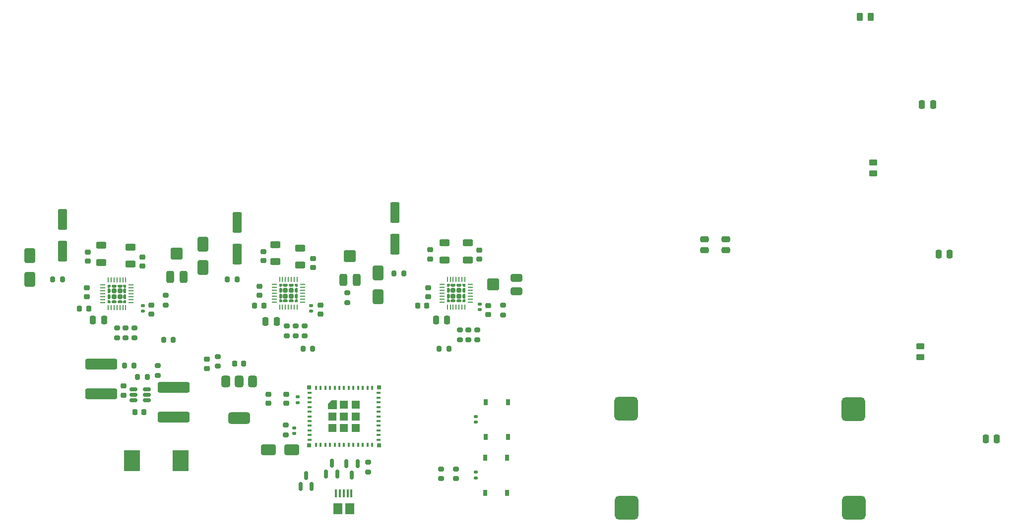
<source format=gbr>
%TF.GenerationSoftware,KiCad,Pcbnew,9.0.0*%
%TF.CreationDate,2025-05-09T16:36:09-07:00*%
%TF.ProjectId,Motor_Controller_Board_v1,4d6f746f-725f-4436-9f6e-74726f6c6c65,v1*%
%TF.SameCoordinates,Original*%
%TF.FileFunction,Paste,Top*%
%TF.FilePolarity,Positive*%
%FSLAX46Y46*%
G04 Gerber Fmt 4.6, Leading zero omitted, Abs format (unit mm)*
G04 Created by KiCad (PCBNEW 9.0.0) date 2025-05-09 16:36:09*
%MOMM*%
%LPD*%
G01*
G04 APERTURE LIST*
G04 Aperture macros list*
%AMRoundRect*
0 Rectangle with rounded corners*
0 $1 Rounding radius*
0 $2 $3 $4 $5 $6 $7 $8 $9 X,Y pos of 4 corners*
0 Add a 4 corners polygon primitive as box body*
4,1,4,$2,$3,$4,$5,$6,$7,$8,$9,$2,$3,0*
0 Add four circle primitives for the rounded corners*
1,1,$1+$1,$2,$3*
1,1,$1+$1,$4,$5*
1,1,$1+$1,$6,$7*
1,1,$1+$1,$8,$9*
0 Add four rect primitives between the rounded corners*
20,1,$1+$1,$2,$3,$4,$5,0*
20,1,$1+$1,$4,$5,$6,$7,0*
20,1,$1+$1,$6,$7,$8,$9,0*
20,1,$1+$1,$8,$9,$2,$3,0*%
%AMFreePoly0*
4,1,19,0.197042,0.235489,0.244234,0.181026,0.255792,0.127896,0.255792,0.037322,0.235489,-0.031824,0.218332,-0.053114,0.053114,-0.218332,-0.010136,-0.252869,-0.037322,-0.255792,-0.127896,-0.255792,-0.197042,-0.235489,-0.244234,-0.181026,-0.255792,-0.127896,-0.255792,0.127896,-0.235489,0.197042,-0.181026,0.244234,-0.127896,0.255792,0.127896,0.255792,0.197042,0.235489,0.197042,0.235489,
$1*%
%AMFreePoly1*
4,1,21,0.065849,0.388965,0.087139,0.371808,0.218332,0.240614,0.252869,0.177364,0.255792,0.150178,0.255792,-0.150178,0.235489,-0.219324,0.218332,-0.240614,0.087139,-0.371808,0.023890,-0.406345,-0.003297,-0.409268,-0.127896,-0.409268,-0.197042,-0.388965,-0.244234,-0.334502,-0.255792,-0.281372,-0.255792,0.281372,-0.235489,0.350518,-0.181026,0.397710,-0.127896,0.409268,-0.003297,0.409268,
0.065849,0.388965,0.065849,0.388965,$1*%
%AMFreePoly2*
4,1,19,0.031824,0.235489,0.053114,0.218332,0.218332,0.053114,0.252869,-0.010136,0.255792,-0.037322,0.255792,-0.127896,0.235489,-0.197042,0.181026,-0.244234,0.127896,-0.255792,-0.127896,-0.255792,-0.197042,-0.235489,-0.244234,-0.181026,-0.255792,-0.127896,-0.255792,0.127896,-0.235489,0.197042,-0.181026,0.244234,-0.127896,0.255792,-0.037322,0.255792,0.031824,0.235489,0.031824,0.235489,
$1*%
%AMFreePoly3*
4,1,21,0.350518,0.235489,0.397710,0.181026,0.409268,0.127896,0.409268,0.003297,0.388965,-0.065849,0.371808,-0.087139,0.240614,-0.218332,0.177364,-0.252869,0.150178,-0.255792,-0.150178,-0.255792,-0.219324,-0.235489,-0.240614,-0.218332,-0.371808,-0.087139,-0.406345,-0.023890,-0.409268,0.003297,-0.409268,0.127896,-0.388965,0.197042,-0.334502,0.244234,-0.281372,0.255792,0.281372,0.255792,
0.350518,0.235489,0.350518,0.235489,$1*%
%AMFreePoly4*
4,1,25,0.252563,0.389951,0.272819,0.373627,0.373627,0.272819,0.406487,0.212641,0.409268,0.186775,0.409268,-0.186775,0.389951,-0.252563,0.373627,-0.272819,0.272819,-0.373627,0.212641,-0.406487,0.186775,-0.409268,-0.186775,-0.409268,-0.252563,-0.389951,-0.272819,-0.373627,-0.373627,-0.272819,-0.406487,-0.212641,-0.409268,-0.186775,-0.409268,0.186775,-0.389951,0.252563,-0.373627,0.272819,
-0.272819,0.373627,-0.212641,0.406487,-0.186775,0.409268,0.186775,0.409268,0.252563,0.389951,0.252563,0.389951,$1*%
%AMFreePoly5*
4,1,21,0.219324,0.235489,0.240614,0.218332,0.371808,0.087139,0.406345,0.023890,0.409268,-0.003297,0.409268,-0.127896,0.388965,-0.197042,0.334502,-0.244234,0.281372,-0.255792,-0.281372,-0.255792,-0.350518,-0.235489,-0.397710,-0.181026,-0.409268,-0.127896,-0.409268,-0.003297,-0.388965,0.065849,-0.371808,0.087139,-0.240614,0.218332,-0.177364,0.252869,-0.150178,0.255792,0.150178,0.255792,
0.219324,0.235489,0.219324,0.235489,$1*%
%AMFreePoly6*
4,1,19,0.197042,0.235489,0.244234,0.181026,0.255792,0.127896,0.255792,-0.127896,0.235489,-0.197042,0.181026,-0.244234,0.127896,-0.255792,0.037322,-0.255792,-0.031824,-0.235489,-0.053114,-0.218332,-0.218332,-0.053114,-0.252869,0.010136,-0.255792,0.037322,-0.255792,0.127896,-0.235489,0.197042,-0.181026,0.244234,-0.127896,0.255792,0.127896,0.255792,0.197042,0.235489,0.197042,0.235489,
$1*%
%AMFreePoly7*
4,1,21,0.197042,0.388965,0.244234,0.334502,0.255792,0.281372,0.255792,-0.281372,0.235489,-0.350518,0.181026,-0.397710,0.127896,-0.409268,0.003297,-0.409268,-0.065849,-0.388965,-0.087139,-0.371808,-0.218332,-0.240614,-0.252869,-0.177364,-0.255792,-0.150178,-0.255792,0.150178,-0.235489,0.219324,-0.218332,0.240614,-0.087139,0.371808,-0.023890,0.406345,0.003297,0.409268,0.127896,0.409268,
0.197042,0.388965,0.197042,0.388965,$1*%
%AMFreePoly8*
4,1,19,0.197042,0.235489,0.244234,0.181026,0.255792,0.127896,0.255792,-0.127896,0.235489,-0.197042,0.181026,-0.244234,0.127896,-0.255792,-0.127896,-0.255792,-0.197042,-0.235489,-0.244234,-0.181026,-0.255792,-0.127896,-0.255792,-0.037322,-0.235489,0.031824,-0.218332,0.053114,-0.053114,0.218332,0.010136,0.252869,0.037322,0.255792,0.127896,0.255792,0.197042,0.235489,0.197042,0.235489,
$1*%
%AMFreePoly9*
4,1,6,0.725000,-0.725000,-0.725000,-0.725000,-0.725000,0.125000,-0.125000,0.725000,0.725000,0.725000,0.725000,-0.725000,0.725000,-0.725000,$1*%
G04 Aperture macros list end*
%ADD10R,0.750000X1.000000*%
%ADD11RoundRect,0.150000X0.150000X-0.587500X0.150000X0.587500X-0.150000X0.587500X-0.150000X-0.587500X0*%
%ADD12RoundRect,0.225000X-0.250000X0.225000X-0.250000X-0.225000X0.250000X-0.225000X0.250000X0.225000X0*%
%ADD13RoundRect,0.225000X0.250000X-0.225000X0.250000X0.225000X-0.250000X0.225000X-0.250000X-0.225000X0*%
%ADD14RoundRect,0.250000X0.550000X-1.500000X0.550000X1.500000X-0.550000X1.500000X-0.550000X-1.500000X0*%
%ADD15RoundRect,0.140000X0.170000X-0.140000X0.170000X0.140000X-0.170000X0.140000X-0.170000X-0.140000X0*%
%ADD16RoundRect,0.250000X-0.750000X0.400000X-0.750000X-0.400000X0.750000X-0.400000X0.750000X0.400000X0*%
%ADD17RoundRect,0.250000X-0.750000X0.750000X-0.750000X-0.750000X0.750000X-0.750000X0.750000X0.750000X0*%
%ADD18RoundRect,0.250000X0.400000X0.750000X-0.400000X0.750000X-0.400000X-0.750000X0.400000X-0.750000X0*%
%ADD19RoundRect,0.250000X0.750000X0.750000X-0.750000X0.750000X-0.750000X-0.750000X0.750000X-0.750000X0*%
%ADD20RoundRect,0.250000X-1.000000X-0.650000X1.000000X-0.650000X1.000000X0.650000X-1.000000X0.650000X0*%
%ADD21RoundRect,0.225000X-0.225000X-0.250000X0.225000X-0.250000X0.225000X0.250000X-0.225000X0.250000X0*%
%ADD22RoundRect,0.200000X0.200000X0.275000X-0.200000X0.275000X-0.200000X-0.275000X0.200000X-0.275000X0*%
%ADD23RoundRect,0.200000X0.275000X-0.200000X0.275000X0.200000X-0.275000X0.200000X-0.275000X-0.200000X0*%
%ADD24RoundRect,0.200000X-0.275000X0.200000X-0.275000X-0.200000X0.275000X-0.200000X0.275000X0.200000X0*%
%ADD25RoundRect,0.250000X2.450000X-0.650000X2.450000X0.650000X-2.450000X0.650000X-2.450000X-0.650000X0*%
%ADD26RoundRect,0.218750X0.256250X-0.218750X0.256250X0.218750X-0.256250X0.218750X-0.256250X-0.218750X0*%
%ADD27RoundRect,0.250000X0.625000X-0.312500X0.625000X0.312500X-0.625000X0.312500X-0.625000X-0.312500X0*%
%ADD28RoundRect,0.250000X0.250000X0.475000X-0.250000X0.475000X-0.250000X-0.475000X0.250000X-0.475000X0*%
%ADD29RoundRect,0.140000X-0.170000X0.140000X-0.170000X-0.140000X0.170000X-0.140000X0.170000X0.140000X0*%
%ADD30RoundRect,0.250000X0.650000X-1.000000X0.650000X1.000000X-0.650000X1.000000X-0.650000X-1.000000X0*%
%ADD31RoundRect,0.200000X-0.200000X-0.275000X0.200000X-0.275000X0.200000X0.275000X-0.200000X0.275000X0*%
%ADD32FreePoly0,0.000000*%
%ADD33FreePoly1,0.000000*%
%ADD34FreePoly2,0.000000*%
%ADD35FreePoly3,0.000000*%
%ADD36FreePoly4,0.000000*%
%ADD37FreePoly5,0.000000*%
%ADD38FreePoly6,0.000000*%
%ADD39FreePoly7,0.000000*%
%ADD40FreePoly8,0.000000*%
%ADD41RoundRect,0.062500X-0.387500X-0.062500X0.387500X-0.062500X0.387500X0.062500X-0.387500X0.062500X0*%
%ADD42RoundRect,0.062500X-0.062500X-0.387500X0.062500X-0.387500X0.062500X0.387500X-0.062500X0.387500X0*%
%ADD43RoundRect,0.225000X0.225000X0.250000X-0.225000X0.250000X-0.225000X-0.250000X0.225000X-0.250000X0*%
%ADD44R,2.700000X3.600000*%
%ADD45R,0.400000X1.350000*%
%ADD46R,1.500000X1.900000*%
%ADD47RoundRect,0.375000X-0.375000X0.625000X-0.375000X-0.625000X0.375000X-0.625000X0.375000X0.625000X0*%
%ADD48RoundRect,0.500000X-1.400000X0.500000X-1.400000X-0.500000X1.400000X-0.500000X1.400000X0.500000X0*%
%ADD49RoundRect,0.150000X0.512500X0.150000X-0.512500X0.150000X-0.512500X-0.150000X0.512500X-0.150000X0*%
%ADD50RoundRect,0.150000X-0.150000X0.587500X-0.150000X-0.587500X0.150000X-0.587500X0.150000X0.587500X0*%
%ADD51R,0.800000X0.400000*%
%ADD52R,0.400000X0.800000*%
%ADD53FreePoly9,0.000000*%
%ADD54R,1.450000X1.450000*%
%ADD55R,0.700000X0.700000*%
%ADD56RoundRect,0.250000X-0.650000X1.000000X-0.650000X-1.000000X0.650000X-1.000000X0.650000X1.000000X0*%
%ADD57RoundRect,0.250000X-0.262500X-0.450000X0.262500X-0.450000X0.262500X0.450000X-0.262500X0.450000X0*%
%ADD58RoundRect,0.250000X-0.450000X0.262500X-0.450000X-0.262500X0.450000X-0.262500X0.450000X0.262500X0*%
%ADD59RoundRect,0.600000X-1.400000X-1.400000X1.400000X-1.400000X1.400000X1.400000X-1.400000X1.400000X0*%
%ADD60RoundRect,0.250000X0.475000X-0.250000X0.475000X0.250000X-0.475000X0.250000X-0.475000X-0.250000X0*%
G04 APERTURE END LIST*
D10*
%TO.C,SW301*%
X131180000Y-121500000D03*
X131180000Y-127500000D03*
X127430000Y-121500000D03*
X127430000Y-127500000D03*
%TD*%
D11*
%TO.C,D304*%
X95830000Y-135950000D03*
X97730000Y-135950000D03*
X96780000Y-134075000D03*
%TD*%
D12*
%TO.C,C424*%
X88780000Y-101725000D03*
X88780000Y-103275000D03*
%TD*%
D13*
%TO.C,C206*%
X90330000Y-121725000D03*
X90330000Y-120175000D03*
%TD*%
D14*
%TO.C,C407*%
X111875000Y-94500000D03*
X111875000Y-89100000D03*
%TD*%
D15*
%TO.C,C409*%
X68880000Y-105980000D03*
X68880000Y-105020000D03*
%TD*%
D16*
%TO.C,RV401*%
X132680000Y-100250000D03*
D17*
X128680000Y-101400000D03*
D16*
X132680000Y-102550000D03*
%TD*%
D18*
%TO.C,RV402*%
X75830000Y-100100000D03*
D19*
X74680000Y-96100000D03*
D18*
X73530000Y-100100000D03*
%TD*%
D20*
%TO.C,D303*%
X90330000Y-129700000D03*
X94330000Y-129700000D03*
%TD*%
D21*
%TO.C,C205*%
X84555000Y-114950000D03*
X86105000Y-114950000D03*
%TD*%
D22*
%TO.C,R410*%
X55185000Y-100500000D03*
X53535000Y-100500000D03*
%TD*%
D12*
%TO.C,C408*%
X117610000Y-101950000D03*
X117610000Y-103500000D03*
%TD*%
D15*
%TO.C,C417*%
X97580000Y-105980000D03*
X97580000Y-105020000D03*
%TD*%
D11*
%TO.C,D301*%
X100180000Y-133825000D03*
X102080000Y-133825000D03*
X101130000Y-131950000D03*
%TD*%
D23*
%TO.C,R406*%
X123000000Y-110825000D03*
X123000000Y-109175000D03*
%TD*%
D24*
%TO.C,R407*%
X72780000Y-103250000D03*
X72780000Y-104900000D03*
%TD*%
D15*
%TO.C,C401*%
X126360000Y-105730000D03*
X126360000Y-104770000D03*
%TD*%
D24*
%TO.C,R203*%
X71480000Y-115275000D03*
X71480000Y-116925000D03*
%TD*%
%TO.C,R201*%
X81680000Y-113710000D03*
X81680000Y-115360000D03*
%TD*%
D25*
%TO.C,C204*%
X74180000Y-124100000D03*
X74180000Y-119000000D03*
%TD*%
D26*
%TO.C,D201*%
X79830000Y-115737500D03*
X79830000Y-114162500D03*
%TD*%
D24*
%TO.C,R302*%
X122330000Y-132950000D03*
X122330000Y-134600000D03*
%TD*%
%TO.C,R412*%
X103780000Y-102850000D03*
X103780000Y-104500000D03*
%TD*%
D27*
%TO.C,R421*%
X91480000Y-97500000D03*
X91480000Y-94575000D03*
%TD*%
D28*
%TO.C,C412*%
X62260000Y-107500000D03*
X60360000Y-107500000D03*
%TD*%
D29*
%TO.C,C304*%
X94752000Y-125950000D03*
X94752000Y-126910000D03*
%TD*%
D14*
%TO.C,C415*%
X55180000Y-95700000D03*
X55180000Y-90300000D03*
%TD*%
D27*
%TO.C,R420*%
X95770000Y-98100000D03*
X95770000Y-95175000D03*
%TD*%
D29*
%TO.C,C301*%
X95340000Y-120645000D03*
X95340000Y-121605000D03*
%TD*%
D25*
%TO.C,C202*%
X61780000Y-120100000D03*
X61780000Y-115000000D03*
%TD*%
D30*
%TO.C,D403*%
X79110000Y-98500000D03*
X79110000Y-94500000D03*
%TD*%
D12*
%TO.C,C421*%
X89480000Y-95795000D03*
X89480000Y-97345000D03*
%TD*%
D28*
%TO.C,C404*%
X120810000Y-107500000D03*
X118910000Y-107500000D03*
%TD*%
D27*
%TO.C,R404*%
X124360000Y-97212500D03*
X124360000Y-94287500D03*
%TD*%
D31*
%TO.C,R202*%
X65730000Y-115250000D03*
X67380000Y-115250000D03*
%TD*%
D24*
%TO.C,R401*%
X130380000Y-104975000D03*
X130380000Y-106625000D03*
%TD*%
D32*
%TO.C,U401*%
X121047500Y-101587500D03*
D33*
X121047500Y-102400000D03*
X121047500Y-103400000D03*
D34*
X121047500Y-104212500D03*
D35*
X121860000Y-101587500D03*
D36*
X121860000Y-102400000D03*
X121860000Y-103400000D03*
D37*
X121860000Y-104212500D03*
D35*
X122860000Y-101587500D03*
D36*
X122860000Y-102400000D03*
X122860000Y-103400000D03*
D37*
X122860000Y-104212500D03*
D38*
X123672500Y-101587500D03*
D39*
X123672500Y-102400000D03*
X123672500Y-103400000D03*
D40*
X123672500Y-104212500D03*
D41*
X119960000Y-101400000D03*
X119960000Y-101900000D03*
X119960000Y-102400000D03*
X119960000Y-102900000D03*
X119960000Y-103400000D03*
X119960000Y-103900000D03*
X119960000Y-104400000D03*
D42*
X120860000Y-105300000D03*
X121360000Y-105300000D03*
X121860000Y-105300000D03*
X122360000Y-105300000D03*
X122860000Y-105300000D03*
X123360000Y-105300000D03*
X123860000Y-105300000D03*
D41*
X124760000Y-104400000D03*
X124760000Y-103900000D03*
X124760000Y-103400000D03*
X124760000Y-102900000D03*
X124760000Y-102400000D03*
X124760000Y-101900000D03*
X124760000Y-101400000D03*
D42*
X123860000Y-100500000D03*
X123360000Y-100500000D03*
X122860000Y-100500000D03*
X122360000Y-100500000D03*
X121860000Y-100500000D03*
X121360000Y-100500000D03*
X120860000Y-100500000D03*
%TD*%
D24*
%TO.C,R303*%
X119820000Y-132950000D03*
X119820000Y-134600000D03*
%TD*%
D43*
%TO.C,C411*%
X59655000Y-105500000D03*
X58105000Y-105500000D03*
%TD*%
D44*
%TO.C,L201*%
X67030000Y-131550000D03*
X75330000Y-131550000D03*
%TD*%
D45*
%TO.C,J302*%
X101880000Y-137075000D03*
X102530000Y-137075000D03*
X103180000Y-137075000D03*
X103830000Y-137075000D03*
X104480000Y-137075000D03*
D46*
X102180000Y-139775000D03*
X104180000Y-139775000D03*
%TD*%
D43*
%TO.C,C419*%
X89530000Y-105000000D03*
X87980000Y-105000000D03*
%TD*%
D30*
%TO.C,D402*%
X49580000Y-100500000D03*
X49580000Y-96500000D03*
%TD*%
D12*
%TO.C,C406*%
X126300000Y-95505000D03*
X126300000Y-97055000D03*
%TD*%
D23*
%TO.C,R423*%
X96480000Y-110150000D03*
X96480000Y-108500000D03*
%TD*%
D12*
%TO.C,C422*%
X97980000Y-96950000D03*
X97980000Y-98500000D03*
%TD*%
D23*
%TO.C,R422*%
X93480000Y-110150000D03*
X93480000Y-108500000D03*
%TD*%
D22*
%TO.C,R409*%
X121130000Y-112400000D03*
X119480000Y-112400000D03*
%TD*%
D47*
%TO.C,U202*%
X87630000Y-117950000D03*
X85330000Y-117950000D03*
D48*
X85330000Y-124250000D03*
D47*
X83030000Y-117950000D03*
%TD*%
D49*
%TO.C,U201*%
X69605000Y-121200000D03*
X69605000Y-120250000D03*
X69605000Y-119300000D03*
X67330000Y-119300000D03*
X67330000Y-120250000D03*
X67330000Y-121200000D03*
%TD*%
D29*
%TO.C,C305*%
X125680000Y-133500000D03*
X125680000Y-134460000D03*
%TD*%
D32*
%TO.C,U403*%
X92417500Y-101587500D03*
D33*
X92417500Y-102400000D03*
X92417500Y-103400000D03*
D34*
X92417500Y-104212500D03*
D35*
X93230000Y-101587500D03*
D36*
X93230000Y-102400000D03*
X93230000Y-103400000D03*
D37*
X93230000Y-104212500D03*
D35*
X94230000Y-101587500D03*
D36*
X94230000Y-102400000D03*
X94230000Y-103400000D03*
D37*
X94230000Y-104212500D03*
D38*
X95042500Y-101587500D03*
D39*
X95042500Y-102400000D03*
X95042500Y-103400000D03*
D40*
X95042500Y-104212500D03*
D41*
X91330000Y-101400000D03*
X91330000Y-101900000D03*
X91330000Y-102400000D03*
X91330000Y-102900000D03*
X91330000Y-103400000D03*
X91330000Y-103900000D03*
X91330000Y-104400000D03*
D42*
X92230000Y-105300000D03*
X92730000Y-105300000D03*
X93230000Y-105300000D03*
X93730000Y-105300000D03*
X94230000Y-105300000D03*
X94730000Y-105300000D03*
X95230000Y-105300000D03*
D41*
X96130000Y-104400000D03*
X96130000Y-103900000D03*
X96130000Y-103400000D03*
X96130000Y-102900000D03*
X96130000Y-102400000D03*
X96130000Y-101900000D03*
X96130000Y-101400000D03*
D42*
X95230000Y-100500000D03*
X94730000Y-100500000D03*
X94230000Y-100500000D03*
X93730000Y-100500000D03*
X93230000Y-100500000D03*
X92730000Y-100500000D03*
X92230000Y-100500000D03*
%TD*%
D32*
%TO.C,U402*%
X63167500Y-101687500D03*
D33*
X63167500Y-102500000D03*
X63167500Y-103500000D03*
D34*
X63167500Y-104312500D03*
D35*
X63980000Y-101687500D03*
D36*
X63980000Y-102500000D03*
X63980000Y-103500000D03*
D37*
X63980000Y-104312500D03*
D35*
X64980000Y-101687500D03*
D36*
X64980000Y-102500000D03*
X64980000Y-103500000D03*
D37*
X64980000Y-104312500D03*
D38*
X65792500Y-101687500D03*
D39*
X65792500Y-102500000D03*
X65792500Y-103500000D03*
D40*
X65792500Y-104312500D03*
D41*
X62080000Y-101500000D03*
X62080000Y-102000000D03*
X62080000Y-102500000D03*
X62080000Y-103000000D03*
X62080000Y-103500000D03*
X62080000Y-104000000D03*
X62080000Y-104500000D03*
D42*
X62980000Y-105400000D03*
X63480000Y-105400000D03*
X63980000Y-105400000D03*
X64480000Y-105400000D03*
X64980000Y-105400000D03*
X65480000Y-105400000D03*
X65980000Y-105400000D03*
D41*
X66880000Y-104500000D03*
X66880000Y-104000000D03*
X66880000Y-103500000D03*
X66880000Y-103000000D03*
X66880000Y-102500000D03*
X66880000Y-102000000D03*
X66880000Y-101500000D03*
D42*
X65980000Y-100600000D03*
X65480000Y-100600000D03*
X64980000Y-100600000D03*
X64480000Y-100600000D03*
X63980000Y-100600000D03*
X63480000Y-100600000D03*
X62980000Y-100600000D03*
%TD*%
D12*
%TO.C,C405*%
X117910000Y-95495000D03*
X117910000Y-97045000D03*
%TD*%
D50*
%TO.C,D302*%
X105530000Y-132075000D03*
X103630000Y-132075000D03*
X104580000Y-133950000D03*
%TD*%
D12*
%TO.C,C416*%
X59360000Y-101950000D03*
X59360000Y-103500000D03*
%TD*%
D27*
%TO.C,R413*%
X66780000Y-97937500D03*
X66780000Y-95012500D03*
%TD*%
D23*
%TO.C,R304*%
X107330000Y-133450000D03*
X107330000Y-131800000D03*
%TD*%
D31*
%TO.C,R424*%
X72455000Y-110900000D03*
X74105000Y-110900000D03*
%TD*%
D21*
%TO.C,C201*%
X67555000Y-123200000D03*
X69105000Y-123200000D03*
%TD*%
D51*
%TO.C,U301*%
X97330000Y-119950000D03*
X97330000Y-120750000D03*
X97330000Y-121550000D03*
X97330000Y-122350000D03*
X97330000Y-123150000D03*
X97330000Y-123950000D03*
X97330000Y-124750000D03*
X97330000Y-125550000D03*
X97330000Y-126350000D03*
X97330000Y-127150000D03*
X97330000Y-127950000D03*
D52*
X98430000Y-128850000D03*
X99230000Y-128850000D03*
X100030000Y-128850000D03*
X100830000Y-128850000D03*
X101630000Y-128850000D03*
X102430000Y-128850000D03*
X103230000Y-128850000D03*
X104030000Y-128850000D03*
X104830000Y-128850000D03*
X105630000Y-128850000D03*
X106430000Y-128850000D03*
X107230000Y-128850000D03*
X108030000Y-128850000D03*
D51*
X109130000Y-127950000D03*
X109130000Y-127150000D03*
X109130000Y-126350000D03*
X109130000Y-125550000D03*
X109130000Y-124750000D03*
X109130000Y-123950000D03*
X109130000Y-123150000D03*
X109130000Y-122350000D03*
X109130000Y-121550000D03*
X109130000Y-120750000D03*
X109130000Y-119950000D03*
D52*
X108030000Y-119050000D03*
X107230000Y-119050000D03*
X106430000Y-119050000D03*
X105630000Y-119050000D03*
X104830000Y-119050000D03*
X104030000Y-119050000D03*
X103230000Y-119050000D03*
X102430000Y-119050000D03*
X101630000Y-119050000D03*
X100830000Y-119050000D03*
X100030000Y-119050000D03*
X99230000Y-119050000D03*
X98430000Y-119050000D03*
D53*
X101255000Y-121975000D03*
D54*
X101255000Y-123950000D03*
X101255000Y-125925000D03*
X103230000Y-121975000D03*
X103230000Y-123950000D03*
X103230000Y-125925000D03*
X105205000Y-121975000D03*
X105205000Y-123950000D03*
X105205000Y-125925000D03*
D55*
X109180000Y-119000000D03*
X109180000Y-128900000D03*
X97280000Y-128900000D03*
X97280000Y-119000000D03*
%TD*%
D13*
%TO.C,C302*%
X93330000Y-121725000D03*
X93330000Y-120175000D03*
%TD*%
D29*
%TO.C,C303*%
X125680000Y-124000000D03*
X125680000Y-124960000D03*
%TD*%
D31*
%TO.C,R204*%
X68005000Y-117200000D03*
X69655000Y-117200000D03*
%TD*%
D23*
%TO.C,R301*%
X93252000Y-127100000D03*
X93252000Y-125450000D03*
%TD*%
%TO.C,R416*%
X67480000Y-110500000D03*
X67480000Y-108850000D03*
%TD*%
D27*
%TO.C,R405*%
X120360000Y-97212500D03*
X120360000Y-94287500D03*
%TD*%
D10*
%TO.C,SW302*%
X131055000Y-131000000D03*
X131055000Y-137000000D03*
X127305000Y-131000000D03*
X127305000Y-137000000D03*
%TD*%
D12*
%TO.C,C410*%
X70360000Y-104950000D03*
X70360000Y-106500000D03*
%TD*%
D23*
%TO.C,R408*%
X125980000Y-110825000D03*
X125980000Y-109175000D03*
%TD*%
D22*
%TO.C,R417*%
X84980000Y-100500000D03*
X83330000Y-100500000D03*
%TD*%
D18*
%TO.C,RV403*%
X105380000Y-100600000D03*
D19*
X104230000Y-96600000D03*
D18*
X103080000Y-100600000D03*
%TD*%
D12*
%TO.C,C414*%
X68780000Y-96700000D03*
X68780000Y-98250000D03*
%TD*%
D23*
%TO.C,R418*%
X94980000Y-110150000D03*
X94980000Y-108500000D03*
%TD*%
D12*
%TO.C,C203*%
X65580000Y-118775000D03*
X65580000Y-120325000D03*
%TD*%
%TO.C,C402*%
X127860000Y-105000000D03*
X127860000Y-106550000D03*
%TD*%
D31*
%TO.C,R419*%
X96230000Y-112400000D03*
X97880000Y-112400000D03*
%TD*%
D23*
%TO.C,R411*%
X65980000Y-110500000D03*
X65980000Y-108850000D03*
%TD*%
D56*
%TO.C,D401*%
X109030000Y-99475000D03*
X109030000Y-103475000D03*
%TD*%
D27*
%TO.C,R414*%
X61780000Y-97632500D03*
X61780000Y-94707500D03*
%TD*%
D23*
%TO.C,R415*%
X64480000Y-110500000D03*
X64480000Y-108850000D03*
%TD*%
D43*
%TO.C,C403*%
X117360000Y-105000000D03*
X115810000Y-105000000D03*
%TD*%
D12*
%TO.C,C418*%
X99230000Y-104950000D03*
X99230000Y-106500000D03*
%TD*%
D14*
%TO.C,C423*%
X84980000Y-96200000D03*
X84980000Y-90800000D03*
%TD*%
D12*
%TO.C,C413*%
X59510000Y-95870000D03*
X59510000Y-97420000D03*
%TD*%
D22*
%TO.C,R402*%
X113435000Y-99500000D03*
X111785000Y-99500000D03*
%TD*%
D23*
%TO.C,R403*%
X124480000Y-110825000D03*
X124480000Y-109175000D03*
%TD*%
D28*
%TO.C,C420*%
X91730000Y-107750000D03*
X89830000Y-107750000D03*
%TD*%
D57*
%TO.C,REF\u002A\u002A*%
X191264351Y-55659228D03*
X193089351Y-55659228D03*
%TD*%
D58*
%TO.C,REF\u002A\u002A*%
X201539351Y-111996728D03*
X201539351Y-113821728D03*
%TD*%
D28*
%TO.C,C8*%
X214616601Y-127837228D03*
X212716601Y-127837228D03*
%TD*%
D59*
%TO.C,U4*%
X151376851Y-122676728D03*
X151426851Y-139551728D03*
X190176851Y-122751728D03*
X190226851Y-139551728D03*
%TD*%
D60*
%TO.C,C1*%
X164779351Y-95549228D03*
X164779351Y-93649228D03*
%TD*%
D28*
%TO.C,C6*%
X203751351Y-70649228D03*
X201851351Y-70649228D03*
%TD*%
D60*
%TO.C,C5*%
X168389351Y-95569228D03*
X168389351Y-93669228D03*
%TD*%
D28*
%TO.C,C7*%
X206607351Y-96193228D03*
X204707351Y-96193228D03*
%TD*%
D58*
%TO.C,REF\u002A\u002A*%
X193539351Y-80596728D03*
X193539351Y-82421728D03*
%TD*%
M02*

</source>
